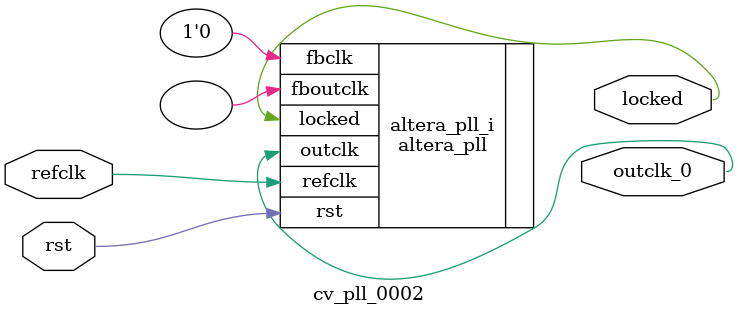
<source format=v>
`timescale 1ns/10ps
module  cv_pll_0002(

	// interface 'refclk'
	input wire refclk,

	// interface 'reset'
	input wire rst,

	// interface 'outclk0'
	output wire outclk_0,

	// interface 'locked'
	output wire locked
);

	altera_pll #(
		.fractional_vco_multiplier("false"),
		.reference_clock_frequency("50.0 MHz"),
		.operation_mode("direct"),
		.number_of_clocks(1),
		.output_clock_frequency0("100.000000 MHz"),
		.phase_shift0("0 ps"),
		.duty_cycle0(50),
		.output_clock_frequency1("0 MHz"),
		.phase_shift1("0 ps"),
		.duty_cycle1(50),
		.output_clock_frequency2("0 MHz"),
		.phase_shift2("0 ps"),
		.duty_cycle2(50),
		.output_clock_frequency3("0 MHz"),
		.phase_shift3("0 ps"),
		.duty_cycle3(50),
		.output_clock_frequency4("0 MHz"),
		.phase_shift4("0 ps"),
		.duty_cycle4(50),
		.output_clock_frequency5("0 MHz"),
		.phase_shift5("0 ps"),
		.duty_cycle5(50),
		.output_clock_frequency6("0 MHz"),
		.phase_shift6("0 ps"),
		.duty_cycle6(50),
		.output_clock_frequency7("0 MHz"),
		.phase_shift7("0 ps"),
		.duty_cycle7(50),
		.output_clock_frequency8("0 MHz"),
		.phase_shift8("0 ps"),
		.duty_cycle8(50),
		.output_clock_frequency9("0 MHz"),
		.phase_shift9("0 ps"),
		.duty_cycle9(50),
		.output_clock_frequency10("0 MHz"),
		.phase_shift10("0 ps"),
		.duty_cycle10(50),
		.output_clock_frequency11("0 MHz"),
		.phase_shift11("0 ps"),
		.duty_cycle11(50),
		.output_clock_frequency12("0 MHz"),
		.phase_shift12("0 ps"),
		.duty_cycle12(50),
		.output_clock_frequency13("0 MHz"),
		.phase_shift13("0 ps"),
		.duty_cycle13(50),
		.output_clock_frequency14("0 MHz"),
		.phase_shift14("0 ps"),
		.duty_cycle14(50),
		.output_clock_frequency15("0 MHz"),
		.phase_shift15("0 ps"),
		.duty_cycle15(50),
		.output_clock_frequency16("0 MHz"),
		.phase_shift16("0 ps"),
		.duty_cycle16(50),
		.output_clock_frequency17("0 MHz"),
		.phase_shift17("0 ps"),
		.duty_cycle17(50),
		.pll_type("General"),
		.pll_subtype("General")
	) altera_pll_i (
		.rst	(rst),
		.outclk	({outclk_0}),
		.locked	(locked),
		.fboutclk	( ),
		.fbclk	(1'b0),
		.refclk	(refclk)
	);
endmodule


</source>
